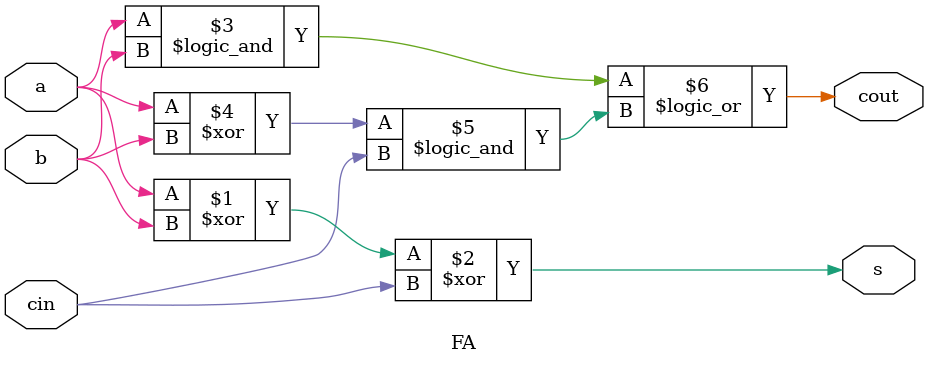
<source format=v>
module FA(a, b, cin, s, cout);
	input a, b, cin;
	output s, cout;
	assign s = a ^ b ^ cin;
	assign cout = (a && b) || ((a ^ b) && cin);
endmodule

</source>
